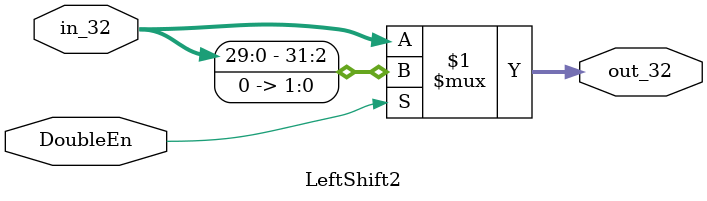
<source format=v>
`timescale 1ns / 1ps


module LeftShift2(
    input DoubleEn,
    input [31:0] in_32,
    output [31:0] out_32
    );

    assign out_32 = (DoubleEn) ? {in_32[29:0], 2'b00} : in_32;
endmodule

</source>
